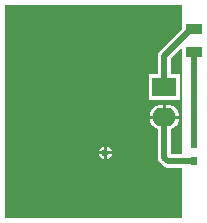
<source format=gbl>
G04*
G04 #@! TF.GenerationSoftware,Altium Limited,Altium Designer,20.1.11 (218)*
G04*
G04 Layer_Physical_Order=2*
G04 Layer_Color=16711680*
%FSLAX25Y25*%
%MOIN*%
G70*
G04*
G04 #@! TF.SameCoordinates,0F914B5B-63C7-4FC6-B0DB-2B1D55913708*
G04*
G04*
G04 #@! TF.FilePolarity,Positive*
G04*
G01*
G75*
%ADD13R,0.02362X0.03150*%
%ADD14R,0.05709X0.03740*%
%ADD19C,0.01968*%
%ADD20O,0.07874X0.06299*%
%ADD21R,0.07874X0.06299*%
%ADD22C,0.02362*%
G36*
X62992Y69882D02*
X62894D01*
Y66902D01*
X55525Y59534D01*
X55047Y58817D01*
X54879Y57973D01*
Y51732D01*
X51968D01*
Y43071D01*
X62205D01*
Y51732D01*
X59294D01*
Y57058D01*
X62432Y60195D01*
X62894Y60004D01*
Y56102D01*
X62992D01*
Y25042D01*
X59294D01*
Y33498D01*
X59967Y33777D01*
X60834Y34442D01*
X61499Y35309D01*
X61917Y36318D01*
X61994Y36902D01*
X52180D01*
X52256Y36318D01*
X52675Y35309D01*
X53340Y34442D01*
X54207Y33777D01*
X54879Y33498D01*
Y23988D01*
X55047Y23143D01*
X55525Y22427D01*
X56679Y21273D01*
X57395Y20795D01*
X58240Y20627D01*
X62992D01*
Y3937D01*
X3937D01*
Y74803D01*
X62992D01*
Y69882D01*
D02*
G37*
%LPC*%
G36*
X57874Y41587D02*
X57587D01*
Y37902D01*
X61994D01*
X61917Y38485D01*
X61499Y39494D01*
X60834Y40361D01*
X59967Y41026D01*
X58957Y41444D01*
X57874Y41587D01*
D02*
G37*
G36*
X56587D02*
X56299D01*
X55216Y41444D01*
X54207Y41026D01*
X53340Y40361D01*
X52675Y39494D01*
X52256Y38485D01*
X52180Y37902D01*
X56587D01*
Y41587D01*
D02*
G37*
G36*
X37902Y27715D02*
Y26091D01*
X39526D01*
X39456Y26442D01*
X38974Y27163D01*
X38253Y27645D01*
X37902Y27715D01*
D02*
G37*
G36*
X36902D02*
X36551Y27645D01*
X35829Y27163D01*
X35347Y26442D01*
X35277Y26091D01*
X36902D01*
Y27715D01*
D02*
G37*
G36*
X39526Y25091D02*
X37902D01*
Y23466D01*
X38253Y23536D01*
X38974Y24018D01*
X39456Y24739D01*
X39526Y25091D01*
D02*
G37*
G36*
X36902D02*
X35277D01*
X35347Y24739D01*
X35829Y24018D01*
X36551Y23536D01*
X36902Y23466D01*
Y25091D01*
D02*
G37*
%LPD*%
D13*
X66929Y22835D02*
D03*
Y28445D02*
D03*
D14*
Y59153D02*
D03*
Y66831D02*
D03*
D19*
X58240Y22835D02*
X66929D01*
X57087Y23988D02*
Y37402D01*
Y23988D02*
X58240Y22835D01*
X66929Y28445D02*
Y59153D01*
X57087Y47402D02*
Y57973D01*
X65945Y66831D01*
X66929D01*
D20*
X57087Y37402D02*
D03*
D21*
Y47402D02*
D03*
D22*
X37402Y25591D02*
D03*
M02*

</source>
